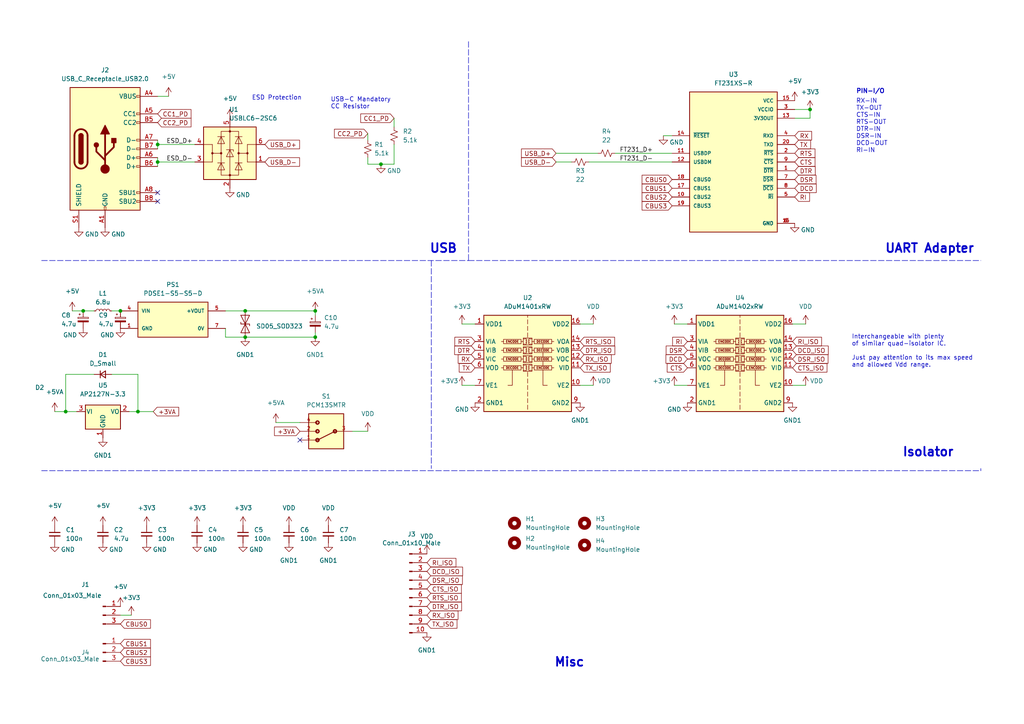
<source format=kicad_sch>
(kicad_sch (version 20211123) (generator eeschema)
  (paper "A4")
  (lib_symbols
    (symbol "Connector:Conn_01x03_Male" (pin_names (offset 1.016) hide)
      (property "Reference" "J" (at 0 5.08 0))
      (property "Value" "Conn_01x03_Male" (at 0 -5.08 0))
      (symbol "Conn_01x03_Male_1_1"
        (pin passive line (at 5.08 2.54 180) (length 3.81) (name "Pin_1") (number "1"))
        (pin passive line (at 5.08 0 180) (length 3.81) (name "Pin_2") (number "2"))
        (pin passive line (at 5.08 -2.54 180) (length 3.81) (name "Pin_3") (number "3"))
      )
    )
    (symbol "Connector:Conn_01x10_Male" (pin_names (offset 1.016) hide)
      (property "Reference" "J" (at 0 12.7 0))
      (property "Value" "Conn_01x10_Male" (at 0 -15.24 0))
      (symbol "Conn_01x10_Male_1_1"
        (pin passive line (at 5.08 10.16 180) (length 3.81) (name "Pin_1") (number "1"))
        (pin passive line (at 5.08 -12.7 180) (length 3.81) (name "Pin_10") (number "10"))
        (pin passive line (at 5.08 7.62 180) (length 3.81) (name "Pin_2") (number "2"))
        (pin passive line (at 5.08 5.08 180) (length 3.81) (name "Pin_3") (number "3"))
        (pin passive line (at 5.08 2.54 180) (length 3.81) (name "Pin_4") (number "4"))
        (pin passive line (at 5.08 0 180) (length 3.81) (name "Pin_5") (number "5"))
        (pin passive line (at 5.08 -2.54 180) (length 3.81) (name "Pin_6") (number "6"))
        (pin passive line (at 5.08 -5.08 180) (length 3.81) (name "Pin_7") (number "7"))
        (pin passive line (at 5.08 -7.62 180) (length 3.81) (name "Pin_8") (number "8"))
        (pin passive line (at 5.08 -10.16 180) (length 3.81) (name "Pin_9") (number "9"))
      )
    )
    (symbol "Connector:USB_C_Receptacle_USB2.0" (pin_names (offset 1.016))
      (property "Reference" "J" (at -10.16 19.05 0))
      (property "Value" "USB_C_Receptacle_USB2.0" (at 19.05 19.05 0))
      (symbol "USB_C_Receptacle_USB2.0_1_1"
        (pin passive line (at 0 -22.86 90) (length 5.08) (name "GND") (number "A1"))
        (pin passive line (at 0 -22.86 90) (length 5.08) hide (name "GND") (number "A12"))
        (pin passive line (at 15.24 15.24 180) (length 5.08) (name "VBUS") (number "A4"))
        (pin bidirectional line (at 15.24 10.16 180) (length 5.08) (name "CC1") (number "A5"))
        (pin bidirectional line (at 15.24 -2.54 180) (length 5.08) (name "D+") (number "A6"))
        (pin bidirectional line (at 15.24 2.54 180) (length 5.08) (name "D-") (number "A7"))
        (pin bidirectional line (at 15.24 -12.7 180) (length 5.08) (name "SBU1") (number "A8"))
        (pin passive line (at 15.24 15.24 180) (length 5.08) hide (name "VBUS") (number "A9"))
        (pin passive line (at 0 -22.86 90) (length 5.08) hide (name "GND") (number "B1"))
        (pin passive line (at 0 -22.86 90) (length 5.08) hide (name "GND") (number "B12"))
        (pin passive line (at 15.24 15.24 180) (length 5.08) hide (name "VBUS") (number "B4"))
        (pin bidirectional line (at 15.24 7.62 180) (length 5.08) (name "CC2") (number "B5"))
        (pin bidirectional line (at 15.24 -5.08 180) (length 5.08) (name "D+") (number "B6"))
        (pin bidirectional line (at 15.24 0 180) (length 5.08) (name "D-") (number "B7"))
        (pin bidirectional line (at 15.24 -15.24 180) (length 5.08) (name "SBU2") (number "B8"))
        (pin passive line (at 15.24 15.24 180) (length 5.08) hide (name "VBUS") (number "B9"))
        (pin passive line (at -7.62 -22.86 90) (length 5.08) (name "SHIELD") (number "S1"))
      )
    )
    (symbol "DCDC_ISO:PDSE1-S5-S5-D" (pin_names (offset 1.016))
      (property "Reference" "PS" (at -10.16 5.842 0))
      (property "Value" "PDSE1-S5-S5-D" (at -10.16 -7.62 0))
      (symbol "PDSE1-S5-S5-D_0_0"
        (pin power_in line (at -15.24 -2.54 0) (length 5.08) (name "GND") (number "1"))
        (pin input line (at -15.24 2.54 0) (length 5.08) (name "VIN") (number "4"))
        (pin output line (at 15.24 2.54 180) (length 5.08) (name "+VOUT") (number "5"))
        (pin output line (at 15.24 -2.54 180) (length 5.08) (name "0V") (number "7"))
      )
    )
    (symbol "Device:C_Polarized_Small" (pin_numbers hide) (pin_names (offset 0.254) hide)
      (property "Reference" "C" (at 0.254 1.778 0))
      (property "Value" "C_Polarized_Small" (at 0.254 -2.032 0))
      (symbol "C_Polarized_Small_1_1"
        (pin passive line (at 0 2.54 270) (length 1.8542) (name "~") (number "1"))
        (pin passive line (at 0 -2.54 90) (length 1.8542) (name "~") (number "2"))
      )
    )
    (symbol "Device:C_Small" (pin_numbers hide) (pin_names (offset 0.254) hide)
      (property "Reference" "C" (at 0.254 1.778 0))
      (property "Value" "C_Small" (at 0.254 -2.032 0))
      (symbol "C_Small_1_1"
        (pin passive line (at 0 2.54 270) (length 2.032) (name "~") (number "1"))
        (pin passive line (at 0 -2.54 90) (length 2.032) (name "~") (number "2"))
      )
    )
    (symbol "Device:D_Small" (pin_numbers hide) (pin_names (offset 0.254) hide)
      (property "Reference" "D" (at -1.27 2.032 0))
      (property "Value" "D_Small" (at -3.81 -2.032 0))
      (symbol "D_Small_1_1"
        (pin passive line (at -2.54 0 0) (length 1.778) (name "K") (number "1"))
        (pin passive line (at 2.54 0 180) (length 1.778) (name "A") (number "2"))
      )
    )
    (symbol "Device:L_Small" (pin_numbers hide) (pin_names (offset 0.254) hide)
      (property "Reference" "L" (at 0.762 1.016 0))
      (property "Value" "L_Small" (at 0.762 -1.016 0))
      (symbol "L_Small_1_1"
        (pin passive line (at 0 2.54 270) (length 0.508) (name "~") (number "1"))
        (pin passive line (at 0 -2.54 90) (length 0.508) (name "~") (number "2"))
      )
    )
    (symbol "Device:R_Small_US" (pin_numbers hide) (pin_names (offset 0.254) hide)
      (property "Reference" "R" (at 0.762 0.508 0))
      (property "Value" "R_Small_US" (at 0.762 -1.016 0))
      (symbol "R_Small_US_1_1"
        (pin passive line (at 0 2.54 270) (length 1.016) (name "~") (number "1"))
        (pin passive line (at 0 -2.54 90) (length 1.016) (name "~") (number "2"))
      )
    )
    (symbol "Diode:SD05_SOD323" (pin_numbers hide) (pin_names (offset 1.016) hide)
      (property "Reference" "D" (at 0 2.54 0))
      (property "Value" "SD05_SOD323" (at 0 -2.54 0))
      (symbol "SD05_SOD323_1_1"
        (pin passive line (at -3.81 0 0) (length 2.54) (name "A1") (number "1"))
        (pin passive line (at 3.81 0 180) (length 2.54) (name "A2") (number "2"))
      )
    )
    (symbol "FT232XS:FT231XS-R" (pin_names (offset 1.016))
      (property "Reference" "U" (at -12.7 21.1074 0))
      (property "Value" "FT231XS-R" (at -12.7254 -22.9108 0))
      (symbol "FT231XS-R_0_0"
        (pin output line (at 17.78 -2.54 180) (length 5.08) (name "~{DTR}") (number "1"))
        (pin bidirectional line (at -17.78 -10.16 0) (length 5.08) (name "CBUS2") (number "10"))
        (pin input line (at -17.78 2.54 0) (length 5.08) (name "USBDP") (number "11"))
        (pin input line (at -17.78 0 0) (length 5.08) (name "USBDM") (number "12"))
        (pin power_in line (at 17.78 12.7 180) (length 5.08) (name "3V3OUT") (number "13"))
        (pin input line (at -17.78 7.62 0) (length 5.08) (name "~{RESET}") (number "14"))
        (pin power_in line (at 17.78 17.78 180) (length 5.08) (name "VCC") (number "15"))
        (pin power_in line (at 17.78 -17.78 180) (length 5.08) (name "GND") (number "16"))
        (pin bidirectional line (at -17.78 -7.62 0) (length 5.08) (name "CBUS1") (number "17"))
        (pin bidirectional line (at -17.78 -5.08 0) (length 5.08) (name "CBUS0") (number "18"))
        (pin bidirectional line (at -17.78 -12.7 0) (length 5.08) (name "CBUS3") (number "19"))
        (pin output line (at 17.78 2.54 180) (length 5.08) (name "~{RTS}") (number "2"))
        (pin output line (at 17.78 5.08 180) (length 5.08) (name "TXD") (number "20"))
        (pin power_in line (at 17.78 15.24 180) (length 5.08) (name "VCCIO") (number "3"))
        (pin input line (at 17.78 7.62 180) (length 5.08) (name "RXD") (number "4"))
        (pin input line (at 17.78 -10.16 180) (length 5.08) (name "~{RI}") (number "5"))
        (pin power_in line (at 17.78 -17.78 180) (length 5.08) (name "GND") (number "6"))
        (pin input line (at 17.78 -5.08 180) (length 5.08) (name "~{DSR}") (number "7"))
        (pin input line (at 17.78 -7.62 180) (length 5.08) (name "~{DCD}") (number "8"))
        (pin input line (at 17.78 0 180) (length 5.08) (name "~{CTS}") (number "9"))
      )
    )
    (symbol "Isolator:ADuM1401xRW"
      (property "Reference" "U" (at 0 19.05 0))
      (property "Value" "ADuM1401xRW" (at 0 16.51 0))
      (symbol "ADuM1401xRW_0_0"
        (text "DECODE" (at -4.445 0 0) (effects (font (size 0.635 0.635))))
        (text "DECODE" (at 4.445 2.54 0) (effects (font (size 0.635 0.635))))
        (text "DECODE" (at 4.445 5.08 0) (effects (font (size 0.635 0.635))))
        (text "DECODE" (at 4.445 7.62 0) (effects (font (size 0.635 0.635))))
        (text "ENCODE" (at -4.445 2.54 0) (effects (font (size 0.635 0.635))))
        (text "ENCODE" (at -4.445 5.08 0) (effects (font (size 0.635 0.635))))
        (text "ENCODE" (at -4.445 7.62 0) (effects (font (size 0.635 0.635))))
        (text "ENCODE" (at 4.445 0 0) (effects (font (size 0.635 0.635))))
      )
      (symbol "ADuM1401xRW_1_1"
        (pin power_in line (at -15.24 12.7 0) (length 2.54) (name "VDD1") (number "1"))
        (pin input line (at 15.24 -5.08 180) (length 2.54) (name "VE2") (number "10"))
        (pin input line (at 15.24 0 180) (length 2.54) (name "VID") (number "11"))
        (pin output line (at 15.24 2.54 180) (length 2.54) (name "VOC") (number "12"))
        (pin output line (at 15.24 5.08 180) (length 2.54) (name "VOB") (number "13"))
        (pin output line (at 15.24 7.62 180) (length 2.54) (name "VOA") (number "14"))
        (pin passive line (at 15.24 -10.16 180) (length 2.54) hide (name "GND2") (number "15"))
        (pin power_in line (at 15.24 12.7 180) (length 2.54) (name "VDD2") (number "16"))
        (pin power_in line (at -15.24 -10.16 0) (length 2.54) (name "GND1") (number "2"))
        (pin input line (at -15.24 7.62 0) (length 2.54) (name "VIA") (number "3"))
        (pin input line (at -15.24 5.08 0) (length 2.54) (name "VIB") (number "4"))
        (pin input line (at -15.24 2.54 0) (length 2.54) (name "VIC") (number "5"))
        (pin output line (at -15.24 0 0) (length 2.54) (name "VOD") (number "6"))
        (pin input line (at -15.24 -5.08 0) (length 2.54) (name "VE1") (number "7"))
        (pin passive line (at -15.24 -10.16 0) (length 2.54) hide (name "GND1") (number "8"))
        (pin power_in line (at 15.24 -10.16 180) (length 2.54) (name "GND2") (number "9"))
      )
    )
    (symbol "Isolator:ADuM1402xRW"
      (property "Reference" "U" (at 0 19.05 0))
      (property "Value" "ADuM1402xRW" (at 0 16.51 0))
      (symbol "ADuM1402xRW_0_0"
        (text "DECODE" (at -4.445 0 0) (effects (font (size 0.635 0.635))))
        (text "DECODE" (at -4.445 2.54 0) (effects (font (size 0.635 0.635))))
        (text "DECODE" (at 4.445 5.08 0) (effects (font (size 0.635 0.635))))
        (text "DECODE" (at 4.445 7.62 0) (effects (font (size 0.635 0.635))))
        (text "ENCODE" (at -4.445 5.08 0) (effects (font (size 0.635 0.635))))
        (text "ENCODE" (at -4.445 7.62 0) (effects (font (size 0.635 0.635))))
        (text "ENCODE" (at 4.445 0 0) (effects (font (size 0.635 0.635))))
        (text "ENCODE" (at 4.445 2.54 0) (effects (font (size 0.635 0.635))))
      )
      (symbol "ADuM1402xRW_1_1"
        (pin power_in line (at -15.24 12.7 0) (length 2.54) (name "VDD1") (number "1"))
        (pin input line (at 15.24 -5.08 180) (length 2.54) (name "VE2") (number "10"))
        (pin input line (at 15.24 0 180) (length 2.54) (name "VID") (number "11"))
        (pin input line (at 15.24 2.54 180) (length 2.54) (name "VIC") (number "12"))
        (pin output line (at 15.24 5.08 180) (length 2.54) (name "VOB") (number "13"))
        (pin output line (at 15.24 7.62 180) (length 2.54) (name "VOA") (number "14"))
        (pin passive line (at 15.24 -10.16 180) (length 2.54) hide (name "GND2") (number "15"))
        (pin power_in line (at 15.24 12.7 180) (length 2.54) (name "VDD2") (number "16"))
        (pin power_in line (at -15.24 -10.16 0) (length 2.54) (name "GND1") (number "2"))
        (pin input line (at -15.24 7.62 0) (length 2.54) (name "VIA") (number "3"))
        (pin input line (at -15.24 5.08 0) (length 2.54) (name "VIB") (number "4"))
        (pin output line (at -15.24 2.54 0) (length 2.54) (name "VOC") (number "5"))
        (pin output line (at -15.24 0 0) (length 2.54) (name "VOD") (number "6"))
        (pin input line (at -15.24 -5.08 0) (length 2.54) (name "VE1") (number "7"))
        (pin passive line (at -15.24 -10.16 0) (length 2.54) hide (name "GND1") (number "8"))
        (pin power_in line (at 15.24 -10.16 180) (length 2.54) (name "GND2") (number "9"))
      )
    )
    (symbol "Mechanical:MountingHole" (pin_names (offset 1.016))
      (property "Reference" "H" (at 0 5.08 0))
      (property "Value" "MountingHole" (at 0 3.175 0))
    )
    (symbol "Power_Protection:USBLC6-2SC6" (pin_names hide)
      (property "Reference" "U" (at 2.54 8.89 0))
      (property "Value" "USBLC6-2SC6" (at 2.54 -8.89 0))
      (symbol "USBLC6-2SC6_1_1"
        (pin passive line (at -10.16 -2.54 0) (length 2.54) (name "I/O1") (number "1"))
        (pin passive line (at 0 -10.16 90) (length 2.54) (name "GND") (number "2"))
        (pin passive line (at 10.16 -2.54 180) (length 2.54) (name "I/O2") (number "3"))
        (pin passive line (at 10.16 2.54 180) (length 2.54) (name "I/O2") (number "4"))
        (pin passive line (at 0 10.16 270) (length 2.54) (name "VBUS") (number "5"))
        (pin passive line (at -10.16 2.54 0) (length 2.54) (name "I/O1") (number "6"))
      )
    )
    (symbol "Regulator_Linear:AP2127N-3.3" (pin_names (offset 0.254))
      (property "Reference" "U" (at -3.81 3.175 0))
      (property "Value" "AP2127N-3.3" (at 0 3.175 0))
      (symbol "AP2127N-3.3_1_1"
        (pin power_in line (at 0 -7.62 90) (length 2.54) (name "GND") (number "1"))
        (pin power_out line (at 7.62 0 180) (length 2.54) (name "VO") (number "2"))
        (pin power_in line (at -7.62 0 0) (length 2.54) (name "VI") (number "3"))
      )
    )
    (symbol "SP3T:PCM13SMTR" (pin_names (offset 1.016) hide)
      (property "Reference" "S" (at -5.08 5.08 0))
      (property "Value" "PCM13SMTR" (at -5.08 -7.62 0))
      (symbol "PCM13SMTR_0_0"
        (pin passive line (at 7.62 2.54 180) (length 5.08) (name "~") (number "1"))
        (pin passive line (at 7.62 0 180) (length 5.08) (name "~") (number "2"))
        (pin passive line (at -7.62 0 0) (length 5.08) (name "~") (number "3"))
        (pin passive line (at 7.62 -2.54 180) (length 5.08) (name "~") (number "4"))
      )
    )
    (symbol "power:+3V3" (power) (pin_names (offset 0))
      (property "Value" "+3V3" (at 0 3.556 0))
      (symbol "+3V3_1_1"
        (pin power_in line (at 0 0 90) (length 0) hide (name "+3V3") (number "1"))
      )
    )
    (symbol "power:+5V" (power) (pin_names (offset 0))
      (property "Value" "+5V" (at 0 3.556 0))
      (symbol "+5V_1_1"
        (pin power_in line (at 0 0 90) (length 0) hide (name "+5V") (number "1"))
      )
    )
    (symbol "power:+5VA" (power) (pin_names (offset 0))
      (property "Value" "+5VA" (at 0 3.556 0))
      (symbol "+5VA_1_1"
        (pin power_in line (at 0 0 90) (length 0) hide (name "+5VA") (number "1"))
      )
    )
    (symbol "power:GND" (power) (pin_names (offset 0))
      (property "Value" "GND" (at 0 -3.81 0))
      (symbol "GND_1_1"
        (pin power_in line (at 0 0 270) (length 0) hide (name "GND") (number "1"))
      )
    )
    (symbol "power:GND1" (power) (pin_names (offset 0))
      (property "Value" "GND1" (at 0 -3.81 0))
      (symbol "GND1_1_1"
        (pin power_in line (at 0 0 270) (length 0) hide (name "GND1") (number "1"))
      )
    )
    (symbol "power:VDD" (power) (pin_names (offset 0))
      (property "Value" "VDD" (at 0 3.81 0))
      (symbol "VDD_1_1"
        (pin power_in line (at 0 0 90) (length 0) hide (name "VDD") (number "1"))
      )
    )
  )
  (junction (at 45.72 46.99))
  (junction (at 234.95 31.75))
  (junction (at 40.005 119.38))
  (junction (at 45.72 41.91))
  (junction (at 24.13 90.17))
  (junction (at 19.05 119.38))
  (junction (at 110.49 47.625))
  (junction (at 71.12 90.17))
  (junction (at 91.44 90.17))
  (junction (at 91.44 97.79))
  (junction (at 71.12 97.79))
  (junction (at 34.925 90.17))
  (no_connect (at 86.995 127.635))
  (no_connect (at 45.72 55.88))
  (no_connect (at 45.72 58.42))
  (wire (pts (xy 168.275 93.98) (xy 172.085 93.98)))
  (wire (pts (xy 91.44 96.52) (xy 91.44 97.79)))
  (wire (pts (xy 161.29 46.99) (xy 165.735 46.99)))
  (wire (pts (xy 19.05 119.38) (xy 22.225 119.38)))
  (wire (pts (xy 40.005 119.38) (xy 44.45 119.38)))
  (wire (pts (xy 15.875 119.38) (xy 19.05 119.38)))
  (polyline (pts (xy 135.89 12.065) (xy 135.89 75.565)))
  (wire (pts (xy 32.385 90.17) (xy 34.925 90.17)))
  (wire (pts (xy 65.405 90.17) (xy 71.12 90.17)))
  (wire (pts (xy 45.72 46.99) (xy 56.515 46.99)))
  (wire (pts (xy 229.87 111.76) (xy 233.68 111.76)))
  (wire (pts (xy 192.405 39.37) (xy 194.945 39.37)))
  (wire (pts (xy 229.87 93.98) (xy 233.68 93.98)))
  (wire (pts (xy 20.955 90.17) (xy 24.13 90.17)))
  (wire (pts (xy 114.3 47.625) (xy 110.49 47.625)))
  (wire (pts (xy 71.12 97.79) (xy 65.405 97.79)))
  (wire (pts (xy 170.815 46.99) (xy 194.945 46.99)))
  (wire (pts (xy 168.275 111.76) (xy 172.085 111.76)))
  (wire (pts (xy 195.58 111.76) (xy 199.39 111.76)))
  (wire (pts (xy 40.005 108.585) (xy 40.005 119.38)))
  (wire (pts (xy 102.235 125.095) (xy 106.68 125.095)))
  (wire (pts (xy 80.01 122.555) (xy 86.995 122.555)))
  (wire (pts (xy 45.72 46.99) (xy 45.72 48.26)))
  (wire (pts (xy 234.95 34.29) (xy 230.505 34.29)))
  (polyline (pts (xy 135.89 136.525) (xy 284.48 136.525)))
  (polyline (pts (xy 284.48 135.89) (xy 284.48 136.525)))
  (wire (pts (xy 45.72 40.64) (xy 45.72 41.91)))
  (wire (pts (xy 37.465 119.38) (xy 40.005 119.38)))
  (polyline (pts (xy 12.065 75.565) (xy 135.89 75.565)))
  (wire (pts (xy 71.12 90.17) (xy 91.44 90.17)))
  (wire (pts (xy 45.72 41.91) (xy 45.72 43.18)))
  (wire (pts (xy 91.44 90.17) (xy 91.44 91.44)))
  (wire (pts (xy 27.305 108.585) (xy 19.05 108.585)))
  (wire (pts (xy 45.72 45.72) (xy 45.72 46.99)))
  (wire (pts (xy 114.3 41.91) (xy 114.3 47.625)))
  (wire (pts (xy 32.385 108.585) (xy 40.005 108.585)))
  (wire (pts (xy 133.985 93.98) (xy 137.795 93.98)))
  (wire (pts (xy 24.13 90.17) (xy 27.305 90.17)))
  (wire (pts (xy 114.3 34.29) (xy 114.3 36.83)))
  (wire (pts (xy 234.95 31.75) (xy 234.95 34.29)))
  (wire (pts (xy 230.505 31.75) (xy 234.95 31.75)))
  (polyline (pts (xy 12.065 136.525) (xy 135.89 136.525)))
  (wire (pts (xy 19.05 108.585) (xy 19.05 119.38)))
  (wire (pts (xy 71.12 97.79) (xy 91.44 97.79)))
  (wire (pts (xy 133.985 111.76) (xy 137.795 111.76)))
  (wire (pts (xy 195.58 93.98) (xy 199.39 93.98)))
  (wire (pts (xy 106.68 47.625) (xy 106.68 45.72)))
  (wire (pts (xy 178.435 44.45) (xy 194.945 44.45)))
  (polyline (pts (xy 135.89 75.565) (xy 284.48 75.565)))
  (wire (pts (xy 45.72 27.94) (xy 48.895 27.94)))
  (wire (pts (xy 34.925 178.435) (xy 38.1 178.435)))
  (wire (pts (xy 106.68 47.625) (xy 110.49 47.625)))
  (wire (pts (xy 45.72 41.91) (xy 56.515 41.91)))
  (wire (pts (xy 106.68 38.735) (xy 106.68 40.64)))
  (polyline (pts (xy 125.095 75.565) (xy 125.095 135.89)))
  (wire (pts (xy 161.29 44.45) (xy 173.355 44.45)))
  (wire (pts (xy 65.405 95.25) (xy 65.405 97.79)))
  (text "USB-C Mandatory\nCC Resistor" (at 95.885 31.75 0) (effects (font (size 1.27 1.27)) (justify left bottom)))
  (text "Interchangeable with plenty\nof similar quad-isolator IC.\n\nJust pay attention to its max speed\nand allowed Vdd range." (at 247.015 106.68 0) (effects (font (size 1.27 1.27)) (justify left bottom)))
  (text "ESD Protection" (at 73.025 29.21 0) (effects (font (size 1.27 1.27)) (justify left bottom)))
  (text "USB" (at 124.46 73.66 0) (effects (font (size 2.54 2.54) (thickness 0.508) bold) (justify left bottom)))
  (text "Misc" (at 160.655 193.675 0) (effects (font (size 2.54 2.54) (thickness 0.508) bold) (justify left bottom)))
  (text "UART Adapter" (at 256.54 73.66 0) (effects (font (size 2.54 2.54) (thickness 0.508) bold) (justify left bottom)))
  (text "Isolator" (at 261.62 132.715 0) (effects (font (size 2.54 2.54) (thickness 0.508) bold) (justify left bottom)))
  (text "RX-IN\nTX-OUT\nCTS-IN\nRTS-OUT\nDTR-IN\nDSR-IN\nDCD-OUT\nRI-IN\n" (at 248.285 44.45 0) (effects (font (size 1.27 1.27)) (justify left bottom)))
  (text "PIN-I/O" (at 248.285 27.305 0) (effects (font (size 1.27 1.27) (thickness 0.254) bold) (justify left bottom)))
  (label "ESD_D-" (at 48.26 46.99 0))
  (label "FT231_D+" (at 179.705 44.45 0))
  (label "ESD_D+" (at 48.26 41.91 0))
  (label "FT231_D-" (at 179.705 46.99 0))
  (global_label "CC2_PD" (shape input) (at 45.72 35.56 0) (property "Intersheet References" "${INTERSHEET_REFS}" (effects hide)))
  (global_label "RI" (shape input) (at 230.505 57.15 0) (property "Intersheet References" "${INTERSHEET_REFS}" (effects hide)))
  (global_label "CBUS1" (shape input) (at 194.945 54.61 180) (property "Intersheet References" "${INTERSHEET_REFS}" (effects hide)))
  (global_label "DCD_ISO" (shape input) (at 123.825 165.735 0) (property "Intersheet References" "${INTERSHEET_REFS}" (effects hide)))
  (global_label "CTS_ISO" (shape input) (at 229.87 106.68 0) (property "Intersheet References" "${INTERSHEET_REFS}" (effects hide)))
  (global_label "USB_D-" (shape input) (at 76.835 46.99 0) (property "Intersheet References" "${INTERSHEET_REFS}" (effects hide)))
  (global_label "RX_ISO" (shape input) (at 123.825 178.435 0) (property "Intersheet References" "${INTERSHEET_REFS}" (effects hide)))
  (global_label "DCD" (shape input) (at 199.39 104.14 180) (property "Intersheet References" "${INTERSHEET_REFS}" (effects hide)))
  (global_label "DTR_ISO" (shape input) (at 168.275 101.6 0) (property "Intersheet References" "${INTERSHEET_REFS}" (effects hide)))
  (global_label "DTR" (shape input) (at 230.505 49.53 0) (property "Intersheet References" "${INTERSHEET_REFS}" (effects hide)))
  (global_label "CBUS3" (shape input) (at 34.925 191.77 0) (property "Intersheet References" "${INTERSHEET_REFS}" (effects hide)))
  (global_label "USB_D-" (shape input) (at 161.29 46.99 180) (property "Intersheet References" "${INTERSHEET_REFS}" (effects hide)))
  (global_label "RTS" (shape input) (at 137.795 99.06 180) (property "Intersheet References" "${INTERSHEET_REFS}" (effects hide)))
  (global_label "RX" (shape input) (at 137.795 104.14 180) (property "Intersheet References" "${INTERSHEET_REFS}" (effects hide)))
  (global_label "CTS_ISO" (shape input) (at 123.825 170.815 0) (property "Intersheet References" "${INTERSHEET_REFS}" (effects hide)))
  (global_label "DCD" (shape input) (at 230.505 54.61 0) (property "Intersheet References" "${INTERSHEET_REFS}" (effects hide)))
  (global_label "RX_ISO" (shape input) (at 168.275 104.14 0) (property "Intersheet References" "${INTERSHEET_REFS}" (effects hide)))
  (global_label "CBUS2" (shape input) (at 194.945 57.15 180) (property "Intersheet References" "${INTERSHEET_REFS}" (effects hide)))
  (global_label "RX" (shape input) (at 230.505 39.37 0) (property "Intersheet References" "${INTERSHEET_REFS}" (effects hide)))
  (global_label "TX" (shape input) (at 230.505 41.91 0) (property "Intersheet References" "${INTERSHEET_REFS}" (effects hide)))
  (global_label "TX_ISO" (shape input) (at 168.275 106.68 0) (property "Intersheet References" "${INTERSHEET_REFS}" (effects hide)))
  (global_label "DTR_ISO" (shape input) (at 123.825 175.895 0) (property "Intersheet References" "${INTERSHEET_REFS}" (effects hide)))
  (global_label "CC2_PD" (shape input) (at 106.68 38.735 180) (property "Intersheet References" "${INTERSHEET_REFS}" (effects hide)))
  (global_label "DTR" (shape input) (at 137.795 101.6 180) (property "Intersheet References" "${INTERSHEET_REFS}" (effects hide)))
  (global_label "DSR" (shape input) (at 199.39 101.6 180) (property "Intersheet References" "${INTERSHEET_REFS}" (effects hide)))
  (global_label "USB_D+" (shape input) (at 76.835 41.91 0) (property "Intersheet References" "${INTERSHEET_REFS}" (effects hide)))
  (global_label "RTS" (shape input) (at 230.505 44.45 0) (property "Intersheet References" "${INTERSHEET_REFS}" (effects hide)))
  (global_label "CBUS0" (shape input) (at 34.925 180.975 0) (property "Intersheet References" "${INTERSHEET_REFS}" (effects hide)))
  (global_label "TX_ISO" (shape input) (at 123.825 180.975 0) (property "Intersheet References" "${INTERSHEET_REFS}" (effects hide)))
  (global_label "RTS_ISO" (shape input) (at 168.275 99.06 0) (property "Intersheet References" "${INTERSHEET_REFS}" (effects hide)))
  (global_label "+3VA" (shape input) (at 86.995 125.095 180) (property "Intersheet References" "${INTERSHEET_REFS}" (effects hide)))
  (global_label "CBUS0" (shape input) (at 194.945 52.07 180) (property "Intersheet References" "${INTERSHEET_REFS}" (effects hide)))
  (global_label "DCD_ISO" (shape input) (at 229.87 101.6 0) (property "Intersheet References" "${INTERSHEET_REFS}" (effects hide)))
  (global_label "CBUS3" (shape input) (at 194.945 59.69 180) (property "Intersheet References" "${INTERSHEET_REFS}" (effects hide)))
  (global_label "CBUS1" (shape input) (at 34.925 186.69 0) (property "Intersheet References" "${INTERSHEET_REFS}" (effects hide)))
  (global_label "CTS" (shape input) (at 230.505 46.99 0) (property "Intersheet References" "${INTERSHEET_REFS}" (effects hide)))
  (global_label "DSR_ISO" (shape input) (at 229.87 104.14 0) (property "Intersheet References" "${INTERSHEET_REFS}" (effects hide)))
  (global_label "DSR_ISO" (shape input) (at 123.825 168.275 0) (property "Intersheet References" "${INTERSHEET_REFS}" (effects hide)))
  (global_label "USB_D+" (shape input) (at 161.29 44.45 180) (property "Intersheet References" "${INTERSHEET_REFS}" (effects hide)))
  (global_label "CBUS2" (shape input) (at 34.925 189.23 0) (property "Intersheet References" "${INTERSHEET_REFS}" (effects hide)))
  (global_label "RTS_ISO" (shape input) (at 123.825 173.355 0) (property "Intersheet References" "${INTERSHEET_REFS}" (effects hide)))
  (global_label "RI" (shape input) (at 199.39 99.06 180) (property "Intersheet References" "${INTERSHEET_REFS}" (effects hide)))
  (global_label "+3VA" (shape input) (at 44.45 119.38 0) (property "Intersheet References" "${INTERSHEET_REFS}" (effects hide)))
  (global_label "RI_ISO" (shape input) (at 229.87 99.06 0) (property "Intersheet References" "${INTERSHEET_REFS}" (effects hide)))
  (global_label "CTS" (shape input) (at 199.39 106.68 180) (property "Intersheet References" "${INTERSHEET_REFS}" (effects hide)))
  (global_label "CC1_PD" (shape input) (at 45.72 33.02 0) (property "Intersheet References" "${INTERSHEET_REFS}" (effects hide)))
  (global_label "DSR" (shape input) (at 230.505 52.07 0) (property "Intersheet References" "${INTERSHEET_REFS}" (effects hide)))
  (global_label "RI_ISO" (shape input) (at 123.825 163.195 0) (property "Intersheet References" "${INTERSHEET_REFS}" (effects hide)))
  (global_label "CC1_PD" (shape input) (at 114.3 34.29 180) (property "Intersheet References" "${INTERSHEET_REFS}" (effects hide)))
  (global_label "TX" (shape input) (at 137.795 106.68 180) (property "Intersheet References" "${INTERSHEET_REFS}" (effects hide)))
  (symbol (lib_id "power:+5V") (at 29.845 152.4 0) (unit 1)
    (property "Reference" "#PWR0124" (effects hide))
    (property "Value" "+5V" (at 29.845 146.685 0))
  )
  (symbol (lib_id "power:GND") (at 22.86 66.04 0) (mirror y) (unit 1)
    (property "Reference" "#PWR0107" (effects hide))
    (property "Value" "GND" (at 26.67 67.945 0))
  )
  (symbol (lib_id "power:VDD") (at 95.25 152.4 0) (unit 1)
    (property "Reference" "#PWR0119" (effects hide))
    (property "Value" "VDD" (at 95.25 147.32 0))
  )
  (symbol (lib_id "power:+3V3") (at 133.985 111.76 0) (unit 1)
    (property "Reference" "#PWR0127" (effects hide))
    (property "Value" "+3V3" (at 127.635 110.49 0) (effects (justify left)))
  )
  (symbol (lib_id "power:GND") (at 30.48 66.04 0) (mirror y) (unit 1)
    (property "Reference" "#PWR0108" (effects hide))
    (property "Value" "GND" (at 34.29 67.945 0))
  )
  (symbol (lib_id "Mechanical:MountingHole") (at 169.545 158.115 0) (unit 1)
    (property "Reference" "H4" (at 172.72 156.8449 0) (effects (justify left)))
    (property "Value" "MountingHole" (at 172.72 159.3849 0) (effects (justify left)))
    (property "Footprint" "MountingHole:MountingHole_3.2mm_M3_DIN965" (effects hide))
  )
  (symbol (lib_id "Device:C_Polarized_Small") (at 24.13 92.71 0) (unit 1)
    (property "Reference" "C8" (at 17.78 91.44 0) (effects (justify left)))
    (property "Value" "4.7u" (at 17.78 93.98 0) (effects (justify left)))
    (property "Footprint" "Capacitor_THT:CP_Radial_D5.0mm_P2.00mm" (effects hide))
  )
  (symbol (lib_id "power:VDD") (at 83.82 152.4 0) (unit 1)
    (property "Reference" "#PWR0120" (effects hide))
    (property "Value" "VDD" (at 83.82 147.32 0))
  )
  (symbol (lib_id "Power_Protection:USBLC6-2SC6") (at 66.675 44.45 0) (mirror y) (unit 1)
    (property "Reference" "U1" (at 66.4463 31.75 0) (effects (justify right)))
    (property "Value" "USBLC6-2SC6" (at 66.4463 34.29 0) (effects (justify right)))
    (property "Footprint" "Package_TO_SOT_SMD:SOT-23-6" (effects hide))
    (property "Datasheet" "https://www.st.com/resource/en/datasheet/usblc6-2.pdf" (effects hide))
  )
  (symbol (lib_id "Mechanical:MountingHole") (at 149.225 151.765 0) (unit 1)
    (property "Reference" "H1" (at 152.4 150.4949 0) (effects (justify left)))
    (property "Value" "MountingHole" (at 152.4 153.0349 0) (effects (justify left)))
    (property "Footprint" "MountingHole:MountingHole_3.2mm_M3_DIN965" (effects hide))
  )
  (symbol (lib_id "Mechanical:MountingHole") (at 169.545 151.765 0) (unit 1)
    (property "Reference" "H3" (at 172.72 150.4949 0) (effects (justify left)))
    (property "Value" "MountingHole" (at 172.72 153.0349 0) (effects (justify left)))
    (property "Footprint" "MountingHole:MountingHole_3.2mm_M3_DIN965" (effects hide))
  )
  (symbol (lib_id "power:+3V3") (at 70.485 152.4 0) (unit 1)
    (property "Reference" "#PWR0113" (effects hide))
    (property "Value" "+3V3" (at 70.485 147.32 0))
  )
  (symbol (lib_id "power:GND1") (at 91.44 97.79 0) (unit 1)
    (property "Reference" "#PWR0144" (effects hide))
    (property "Value" "GND1" (at 91.44 102.87 0))
  )
  (symbol (lib_id "power:VDD") (at 123.825 160.655 0) (unit 1)
    (property "Reference" "#PWR0140" (effects hide))
    (property "Value" "VDD" (at 123.825 155.575 0))
  )
  (symbol (lib_id "Regulator_Linear:AP2127N-3.3") (at 29.845 119.38 0) (unit 1)
    (property "Reference" "U5" (at 29.845 111.76 0))
    (property "Value" "AP2127N-3.3" (at 29.845 114.3 0))
    (property "Footprint" "Package_TO_SOT_SMD:SOT-23" (effects hide))
    (property "Datasheet" "https://www.diodes.com/assets/Datasheets/AP2127.pdf" (effects hide))
  )
  (symbol (lib_id "Device:C_Small") (at 95.25 154.94 0) (unit 1)
    (property "Reference" "C7" (at 98.425 153.6762 0) (effects (justify left)))
    (property "Value" "100n" (at 98.425 156.2162 0) (effects (justify left)))
    (property "Footprint" "Capacitor_SMD:C_0603_1608Metric_Pad1.08x0.95mm_HandSolder" (effects hide))
  )
  (symbol (lib_id "Connector:Conn_01x03_Male") (at 29.845 178.435 0) (unit 1)
    (property "Reference" "J1" (at 24.765 169.545 0))
    (property "Value" "Conn_01x03_Male" (at 20.955 172.72 0))
    (property "Footprint" "Connector_PinHeader_2.54mm:PinHeader_1x03_P2.54mm_Vertical" (effects hide))
  )
  (symbol (lib_id "Device:C_Small") (at 70.485 154.94 0) (unit 1)
    (property "Reference" "C5" (at 73.66 153.6762 0) (effects (justify left)))
    (property "Value" "100n" (at 73.66 156.2162 0) (effects (justify left)))
    (property "Footprint" "Capacitor_SMD:C_0603_1608Metric_Pad1.08x0.95mm_HandSolder" (effects hide))
  )
  (symbol (lib_id "Connector:USB_C_Receptacle_USB2.0") (at 30.48 43.18 0) (unit 1)
    (property "Reference" "J2" (at 30.48 20.32 0))
    (property "Value" "USB_C_Receptacle_USB2.0" (at 30.48 22.86 0))
    (property "Footprint" "Connector_USB:USB_C_Receptacle_XKB_U262-16XN-4BVC11" (effects hide))
    (property "Datasheet" "https://www.usb.org/sites/default/files/documents/usb_type-c.zip" (effects hide))
  )
  (symbol (lib_id "power:VDD") (at 233.68 93.98 0) (unit 1)
    (property "Reference" "#PWR0134" (effects hide))
    (property "Value" "VDD" (at 233.68 88.9 0))
  )
  (symbol (lib_id "power:+5VA") (at 91.44 90.17 0) (unit 1)
    (property "Reference" "#PWR0146" (effects hide))
    (property "Value" "+5VA" (at 91.44 84.455 0))
  )
  (symbol (lib_id "Connector:Conn_01x10_Male") (at 118.745 170.815 0) (unit 1)
    (property "Reference" "J3" (at 119.38 154.94 0))
    (property "Value" "Conn_01x10_Male" (at 119.38 157.48 0))
    (property "Footprint" "Connector_PinHeader_2.54mm:PinHeader_1x10_P2.54mm_Vertical" (effects hide))
  )
  (symbol (lib_id "power:GND1") (at 123.825 183.515 0) (unit 1)
    (property "Reference" "#PWR0150" (effects hide))
    (property "Value" "GND1" (at 123.825 188.595 0))
  )
  (symbol (lib_id "Device:C_Polarized_Small") (at 91.44 93.98 0) (unit 1)
    (property "Reference" "C10" (at 93.98 92.1638 0) (effects (justify left)))
    (property "Value" "4.7u" (at 93.98 94.7038 0) (effects (justify left)))
    (property "Footprint" "Capacitor_THT:CP_Radial_D5.0mm_P2.00mm" (effects hide))
  )
  (symbol (lib_id "power:GND") (at 70.485 157.48 0) (mirror y) (unit 1)
    (property "Reference" "#PWR0115" (effects hide))
    (property "Value" "GND" (at 74.295 159.385 0))
  )
  (symbol (lib_id "power:+3V3") (at 234.95 31.75 0) (unit 1)
    (property "Reference" "#PWR0101" (effects hide))
    (property "Value" "+3V3" (at 234.95 26.67 0))
  )
  (symbol (lib_id "Device:D_Small") (at 29.845 108.585 0) (unit 1)
    (property "Reference" "D1" (at 29.845 102.87 0))
    (property "Value" "D_Small" (at 29.845 105.41 0))
    (property "Footprint" "Diode_SMD:D_SOD-323_HandSoldering" (effects hide))
  )
  (symbol (lib_id "power:GND") (at 15.875 157.48 0) (mirror y) (unit 1)
    (property "Reference" "#PWR0125" (effects hide))
    (property "Value" "GND" (at 19.685 159.385 0))
  )
  (symbol (lib_id "Connector:Conn_01x03_Male") (at 29.845 189.23 0) (unit 1)
    (property "Reference" "J4" (at 24.765 189.23 0))
    (property "Value" "Conn_01x03_Male" (at 20.32 191.135 0))
    (property "Footprint" "Connector_PinHeader_2.54mm:PinHeader_1x03_P2.54mm_Vertical" (effects hide))
  )
  (symbol (lib_id "power:+5V") (at 15.875 152.4 0) (unit 1)
    (property "Reference" "#PWR0123" (effects hide))
    (property "Value" "+5V" (at 15.875 146.685 0))
  )
  (symbol (lib_id "power:+5VA") (at 80.01 122.555 0) (unit 1)
    (property "Reference" "#PWR0148" (effects hide))
    (property "Value" "+5VA" (at 80.01 116.84 0))
  )
  (symbol (lib_id "power:GND1") (at 168.275 116.84 0) (unit 1)
    (property "Reference" "#PWR0135" (effects hide))
    (property "Value" "GND1" (at 168.275 121.92 0))
  )
  (symbol (lib_id "power:+5V") (at 34.925 175.895 0) (unit 1)
    (property "Reference" "#PWR0121" (effects hide))
    (property "Value" "+5V" (at 34.925 170.18 0))
  )
  (symbol (lib_id "Diode:SD05_SOD323") (at 71.12 93.98 90) (unit 1)
    (property "Reference" "D2" (at 10.16 112.3949 90) (effects (justify right)))
    (property "Value" "SD05_SOD323" (at 74.295 94.615 90) (effects (justify right)))
    (property "Footprint" "Diode_SMD:D_SOD-323" (effects hide))
    (property "Datasheet" "https://www.littelfuse.com/~/media/electronics/datasheets/tvs_diode_arrays/littelfuse_tvs_diode_array_sd_c_datasheet.pdf.pdf" (effects hide))
  )
  (symbol (lib_id "power:VDD") (at 233.68 111.76 0) (unit 1)
    (property "Reference" "#PWR0133" (effects hide))
    (property "Value" "VDD" (at 236.855 110.49 0))
  )
  (symbol (lib_id "power:+3V3") (at 42.545 152.4 0) (unit 1)
    (property "Reference" "#PWR0112" (effects hide))
    (property "Value" "+3V3" (at 42.545 147.32 0))
  )
  (symbol (lib_id "power:GND1") (at 71.12 97.79 0) (unit 1)
    (property "Reference" "#PWR0139" (effects hide))
    (property "Value" "GND1" (at 71.12 102.87 0))
  )
  (symbol (lib_id "power:VDD") (at 172.085 93.98 0) (unit 1)
    (property "Reference" "#PWR0129" (effects hide))
    (property "Value" "VDD" (at 172.085 88.9 0))
  )
  (symbol (lib_id "Device:C_Small") (at 15.875 154.94 0) (unit 1)
    (property "Reference" "C1" (at 19.05 153.6762 0) (effects (justify left)))
    (property "Value" "100n" (at 19.05 156.2162 0) (effects (justify left)))
    (property "Footprint" "Capacitor_SMD:C_0603_1608Metric_Pad1.08x0.95mm_HandSolder" (effects hide))
  )
  (symbol (lib_id "power:+3V3") (at 38.1 178.435 0) (unit 1)
    (property "Reference" "#PWR0122" (effects hide))
    (property "Value" "+3V3" (at 38.1 173.355 0))
  )
  (symbol (lib_id "power:GND") (at 34.925 95.25 0) (unit 1)
    (property "Reference" "#PWR0143" (effects hide))
    (property "Value" "GND" (at 31.115 97.155 0))
  )
  (symbol (lib_id "power:GND") (at 57.15 157.48 0) (mirror y) (unit 1)
    (property "Reference" "#PWR0114" (effects hide))
    (property "Value" "GND" (at 60.96 159.385 0))
  )
  (symbol (lib_id "FT232XS:FT231XS-R") (at 212.725 46.99 0) (unit 1)
    (property "Reference" "U3" (at 212.725 21.59 0))
    (property "Value" "FT231XS-R" (at 212.725 24.13 0))
    (property "Footprint" "FT232XS:SOP63P599X175-20N" (effects hide))
    (property "PARTREV" "1.2" (effects hide))
    (property "MANUFACTURER" "FTDI" (effects hide))
    (property "STANDARD" "IPC 7351B" (effects hide))
  )
  (symbol (lib_id "power:+5V") (at 48.895 27.94 0) (unit 1)
    (property "Reference" "#PWR0106" (effects hide))
    (property "Value" "+5V" (at 48.895 22.225 0))
  )
  (symbol (lib_id "power:VDD") (at 106.68 125.095 0) (unit 1)
    (property "Reference" "#PWR0149" (effects hide))
    (property "Value" "VDD" (at 106.68 120.015 0))
  )
  (symbol (lib_id "Device:R_Small_US") (at 106.68 43.18 180) (unit 1)
    (property "Reference" "R1" (at 108.585 41.9099 0) (effects (justify right)))
    (property "Value" "5.1k" (at 108.585 44.4499 0) (effects (justify right)))
    (property "Footprint" "Resistor_SMD:R_0805_2012Metric_Pad1.20x1.40mm_HandSolder" (effects hide))
  )
  (symbol (lib_id "Device:C_Small") (at 57.15 154.94 0) (unit 1)
    (property "Reference" "C4" (at 60.325 153.6762 0) (effects (justify left)))
    (property "Value" "100n" (at 60.325 156.2162 0) (effects (justify left)))
    (property "Footprint" "Capacitor_SMD:C_0603_1608Metric_Pad1.08x0.95mm_HandSolder" (effects hide))
  )
  (symbol (lib_id "power:VDD") (at 172.085 111.76 0) (unit 1)
    (property "Reference" "#PWR0136" (effects hide))
    (property "Value" "VDD" (at 175.26 110.49 0))
  )
  (symbol (lib_id "power:+3V3") (at 195.58 93.98 0) (unit 1)
    (property "Reference" "#PWR0132" (effects hide))
    (property "Value" "+3V3" (at 195.58 88.9 0))
  )
  (symbol (lib_id "power:GND") (at 137.795 116.84 0) (unit 1)
    (property "Reference" "#PWR0128" (effects hide))
    (property "Value" "GND" (at 133.985 118.745 0))
  )
  (symbol (lib_id "power:GND") (at 199.39 116.84 0) (unit 1)
    (property "Reference" "#PWR0137" (effects hide))
    (property "Value" "GND" (at 195.58 118.745 0))
  )
  (symbol (lib_id "Device:C_Small") (at 42.545 154.94 0) (unit 1)
    (property "Reference" "C3" (at 45.72 153.6762 0) (effects (justify left)))
    (property "Value" "100n" (at 45.72 156.2162 0) (effects (justify left)))
    (property "Footprint" "Capacitor_SMD:C_0603_1608Metric_Pad1.08x0.95mm_HandSolder" (effects hide))
  )
  (symbol (lib_id "power:+5VA") (at 15.875 119.38 0) (unit 1)
    (property "Reference" "#PWR0145" (effects hide))
    (property "Value" "+5VA" (at 15.875 113.665 0))
  )
  (symbol (lib_id "Isolator:ADuM1402xRW") (at 214.63 106.68 0) (unit 1)
    (property "Reference" "U4" (at 214.63 86.36 0))
    (property "Value" "ADuM1402xRW" (at 214.63 88.9 0))
    (property "Footprint" "Package_SO:SOIC-16W_7.5x10.3mm_P1.27mm" (effects hide))
    (property "Datasheet" "https://www.analog.com/media/en/technical-documentation/data-sheets/ADUM1400_1401_1402.pdf" (effects hide))
  )
  (symbol (lib_id "power:GND") (at 29.845 157.48 0) (mirror y) (unit 1)
    (property "Reference" "#PWR0110" (effects hide))
    (property "Value" "GND" (at 33.655 159.385 0))
  )
  (symbol (lib_id "DCDC_ISO:PDSE1-S5-S5-D") (at 50.165 92.71 0) (unit 1)
    (property "Reference" "PS1" (at 50.165 82.55 0))
    (property "Value" "PDSE1-S5-S5-D" (at 50.165 85.09 0))
    (property "Footprint" "DCDC_ISO:CONV_PDSE1-S5-S5-D" (effects hide))
    (property "STANDARD" "Manufacturer Recommendation" (effects hide))
    (property "MAXIMUM_PACKAGE_HEIGHT" "8.45mm" (effects hide))
    (property "MANUFACTURER" "CUI Inc." (effects hide))
    (property "PARTREV" "1.03" (effects hide))
  )
  (symbol (lib_id "power:GND") (at 66.675 54.61 0) (mirror y) (unit 1)
    (property "Reference" "#PWR0104" (effects hide))
    (property "Value" "GND" (at 70.485 56.515 0))
  )
  (symbol (lib_id "power:+5V") (at 230.505 29.21 0) (unit 1)
    (property "Reference" "#PWR0102" (effects hide))
    (property "Value" "+5V" (at 230.505 23.495 0))
  )
  (symbol (lib_id "power:+3V3") (at 57.15 152.4 0) (unit 1)
    (property "Reference" "#PWR0116" (effects hide))
    (property "Value" "+3V3" (at 57.15 147.32 0))
  )
  (symbol (lib_id "Device:C_Polarized_Small") (at 34.925 92.71 0) (unit 1)
    (property "Reference" "C9" (at 28.575 91.44 0) (effects (justify left)))
    (property "Value" "4.7u" (at 28.575 93.98 0) (effects (justify left)))
    (property "Footprint" "Capacitor_THT:CP_Radial_D5.0mm_P2.00mm" (effects hide))
  )
  (symbol (lib_id "power:GND") (at 24.13 95.25 0) (unit 1)
    (property "Reference" "#PWR0142" (effects hide))
    (property "Value" "GND" (at 20.32 97.155 0))
  )
  (symbol (lib_id "Device:R_Small_US") (at 114.3 39.37 0) (unit 1)
    (property "Reference" "R2" (at 116.84 38.0999 0) (effects (justify left)))
    (property "Value" "5.1k" (at 116.84 40.6399 0) (effects (justify left)))
    (property "Footprint" "Resistor_SMD:R_0805_2012Metric_Pad1.20x1.40mm_HandSolder" (effects hide))
  )
  (symbol (lib_id "Mechanical:MountingHole") (at 149.225 157.48 0) (unit 1)
    (property "Reference" "H2" (at 152.4 156.2099 0) (effects (justify left)))
    (property "Value" "MountingHole" (at 152.4 158.7499 0) (effects (justify left)))
    (property "Footprint" "MountingHole:MountingHole_3.2mm_M3_DIN965" (effects hide))
  )
  (symbol (lib_id "Device:R_Small_US") (at 175.895 44.45 90) (unit 1)
    (property "Reference" "R4" (at 175.895 38.1 90))
    (property "Value" "22" (at 175.895 40.64 90))
    (property "Footprint" "Resistor_SMD:R_0805_2012Metric_Pad1.20x1.40mm_HandSolder" (effects hide))
  )
  (symbol (lib_id "power:GND1") (at 95.25 157.48 0) (unit 1)
    (property "Reference" "#PWR0117" (effects hide))
    (property "Value" "GND1" (at 95.25 162.56 0))
  )
  (symbol (lib_id "power:+5V") (at 20.955 90.17 0) (unit 1)
    (property "Reference" "#PWR0141" (effects hide))
    (property "Value" "+5V" (at 20.955 84.455 0))
  )
  (symbol (lib_id "Device:R_Small_US") (at 168.275 46.99 90) (unit 1)
    (property "Reference" "R3" (at 168.275 49.53 90))
    (property "Value" "22" (at 168.275 52.07 90))
    (property "Footprint" "Resistor_SMD:R_0805_2012Metric_Pad1.20x1.40mm_HandSolder" (effects hide))
  )
  (symbol (lib_id "Device:L_Small") (at 29.845 90.17 90) (unit 1)
    (property "Reference" "L1" (at 29.845 85.09 90))
    (property "Value" "6.8u" (at 29.845 87.63 90))
    (property "Footprint" "Inductor_SMD:L_Wuerth_HCI-5040" (effects hide))
  )
  (symbol (lib_id "power:+5V") (at 66.675 34.29 0) (unit 1)
    (property "Reference" "#PWR0105" (effects hide))
    (property "Value" "+5V" (at 66.675 28.575 0))
  )
  (symbol (lib_id "power:+3V3") (at 133.985 93.98 0) (unit 1)
    (property "Reference" "#PWR0126" (effects hide))
    (property "Value" "+3V3" (at 133.985 88.9 0))
  )
  (symbol (lib_id "power:GND1") (at 83.82 157.48 0) (unit 1)
    (property "Reference" "#PWR0118" (effects hide))
    (property "Value" "GND1" (at 83.82 162.56 0))
  )
  (symbol (lib_id "SP3T:PCM13SMTR") (at 94.615 125.095 180) (unit 1)
    (property "Reference" "S1" (at 94.615 114.935 0))
    (property "Value" "PCM13SMTR" (at 94.615 117.475 0))
    (property "Footprint" "SP3T:SW_PCM13SMTR" (effects hide))
    (property "MANUFACTURER" "CnK" (effects hide))
  )
  (symbol (lib_id "power:GND") (at 110.49 47.625 0) (mirror y) (unit 1)
    (property "Reference" "#PWR0109" (effects hide))
    (property "Value" "GND" (at 114.3 49.53 0))
  )
  (symbol (lib_id "Isolator:ADuM1401xRW") (at 153.035 106.68 0) (unit 1)
    (property "Reference" "U2" (at 153.035 86.36 0))
    (property "Value" "ADuM1401xRW" (at 153.035 88.9 0))
    (property "Footprint" "Package_SO:SOIC-16W_7.5x10.3mm_P1.27mm" (effects hide))
    (property "Datasheet" "https://www.analog.com/media/en/technical-documentation/data-sheets/ADUM1400_1401_1402.pdf" (effects hide))
  )
  (symbol (lib_id "Device:C_Small") (at 83.82 154.94 0) (unit 1)
    (property "Reference" "C6" (at 86.995 153.6762 0) (effects (justify left)))
    (property "Value" "100n" (at 86.995 156.2162 0) (effects (justify left)))
    (property "Footprint" "Capacitor_SMD:C_0603_1608Metric_Pad1.08x0.95mm_HandSolder" (effects hide))
  )
  (symbol (lib_id "power:+3V3") (at 195.58 111.76 0) (unit 1)
    (property "Reference" "#PWR0138" (effects hide))
    (property "Value" "+3V3" (at 189.23 110.49 0) (effects (justify left)))
  )
  (symbol (lib_id "power:GND1") (at 29.845 127 0) (unit 1)
    (property "Reference" "#PWR0147" (effects hide))
    (property "Value" "GND1" (at 29.845 132.08 0))
  )
  (symbol (lib_id "power:GND") (at 230.505 64.77 0) (mirror y) (unit 1)
    (property "Reference" "#PWR0131" (effects hide))
    (property "Value" "GND" (at 234.315 66.675 0))
  )
  (symbol (lib_id "power:GND") (at 42.545 157.48 0) (mirror y) (unit 1)
    (property "Reference" "#PWR0111" (effects hide))
    (property "Value" "GND" (at 46.355 159.385 0))
  )
  (symbol (lib_id "Device:C_Small") (at 29.845 154.94 0) (unit 1)
    (property "Reference" "C2" (at 33.02 153.6762 0) (effects (justify left)))
    (property "Value" "4.7u" (at 33.02 156.2162 0) (effects (justify left)))
    (property "Footprint" "Capacitor_SMD:C_0603_1608Metric_Pad1.08x0.95mm_HandSolder" (effects hide))
  )
  (symbol (lib_id "power:GND1") (at 229.87 116.84 0) (unit 1)
    (property "Reference" "#PWR0130" (effects hide))
    (property "Value" "GND1" (at 229.87 121.92 0))
  )
  (symbol (lib_id "power:GND") (at 192.405 39.37 0) (mirror y) (unit 1)
    (property "Reference" "#PWR0103" (effects hide))
    (property "Value" "GND" (at 196.215 41.275 0))
  )
)
</source>
